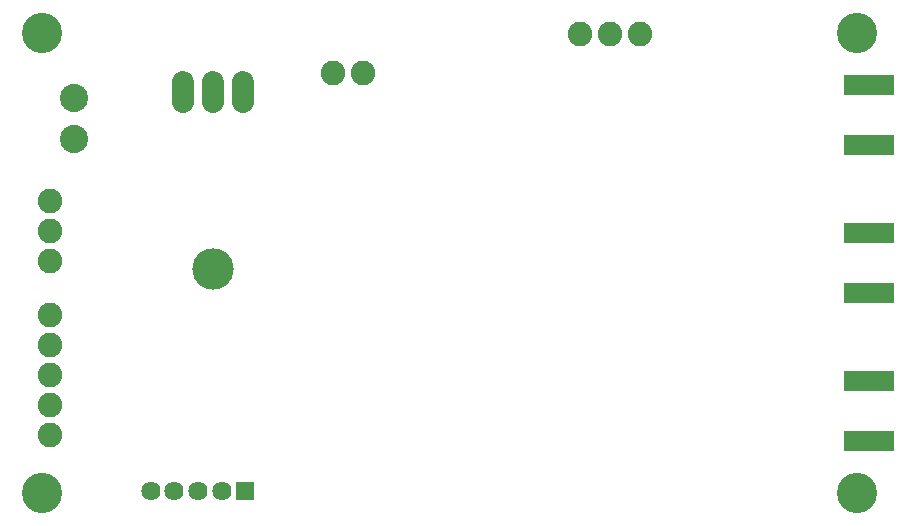
<source format=gbs>
G75*
G70*
%OFA0B0*%
%FSLAX24Y24*%
%IPPOS*%
%LPD*%
%AMOC8*
5,1,8,0,0,1.08239X$1,22.5*
%
%ADD10C,0.1340*%
%ADD11R,0.0640X0.0640*%
%ADD12C,0.0640*%
%ADD13C,0.0740*%
%ADD14C,0.1380*%
%ADD15C,0.0940*%
%ADD16C,0.0820*%
%ADD17R,0.1680X0.0680*%
D10*
X003500Y001706D03*
X030666Y001706D03*
X030666Y017060D03*
X003500Y017060D03*
D11*
X010281Y001794D03*
D12*
X009493Y001794D03*
X008706Y001794D03*
X007919Y001794D03*
X007131Y001794D03*
D13*
X008194Y014758D02*
X008194Y015418D01*
X009194Y015418D02*
X009194Y014758D01*
X010194Y014758D02*
X010194Y015418D01*
D14*
X009194Y009188D03*
D15*
X004569Y013524D03*
X004569Y014901D03*
D16*
X003757Y011463D03*
X003757Y010463D03*
X003757Y009463D03*
X003757Y007650D03*
X003757Y006650D03*
X003757Y005650D03*
X003757Y004650D03*
X003757Y003650D03*
X013194Y015713D03*
X014194Y015713D03*
X021444Y017025D03*
X022444Y017025D03*
X023444Y017025D03*
D17*
X031059Y015305D03*
X031059Y013305D03*
X031059Y010383D03*
X031059Y008383D03*
X031059Y005462D03*
X031059Y003462D03*
M02*

</source>
